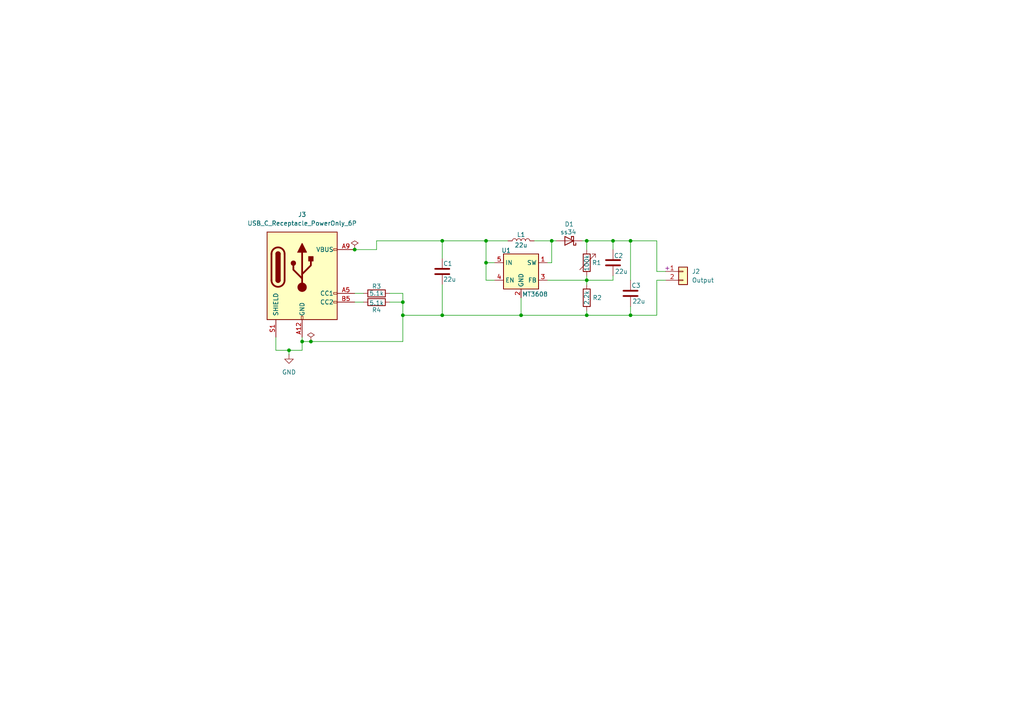
<source format=kicad_sch>
(kicad_sch (version 20231120) (generator "eeschema") (generator_version "8.0")
  (paper "A4")
  (lib_symbols
    (symbol "Connector:USB_C_Receptacle_PowerOnly_6P" (pin_names (offset 1.016))
      (property "Reference" "J" (at 0 16.51 0))
      (property "Value" "USB_C_Receptacle_PowerOnly_6P" (at 0 13.97 0))
      (symbol "USB_C_Receptacle_PowerOnly_6P_0_0"
        (rectangle (start -0.254 -12.7) (end 0.254 -11.684))
        (rectangle (start 10.16 -7.366) (end 9.144 -7.874))
        (rectangle (start 10.16 -4.826) (end 9.144 -5.334))
        (rectangle (start 10.16 7.874) (end 9.144 7.366))
      )
      (symbol "USB_C_Receptacle_PowerOnly_6P_0_1"
        (rectangle (start -10.16 12.7) (end 10.16 -12.7) (stroke (width 0.254)) (fill (type background)))
        (arc (start -8.89 -1.27) (mid -6.985 -3.1667) (end -5.08 -1.27) (stroke (width 0.508)))
        (arc (start -7.62 -1.27) (mid -6.985 -1.9023) (end -6.35 -1.27) (stroke (width 0.254)))
        (arc (start -7.62 -1.27) (mid -6.985 -1.9023) (end -6.35 -1.27) (stroke (width 0.254)) (fill (type outline)))
        (rectangle (start -7.62 -1.27) (end -6.35 6.35) (stroke (width 0.254)) (fill (type outline)))
        (arc (start -6.35 6.35) (mid -6.985 6.9823) (end -7.62 6.35) (stroke (width 0.254)))
        (arc (start -6.35 6.35) (mid -6.985 6.9823) (end -7.62 6.35) (stroke (width 0.254)) (fill (type outline)))
        (arc (start -5.08 6.35) (mid -6.985 8.2467) (end -8.89 6.35) (stroke (width 0.508)))
        (circle (center -2.54 3.683) (radius 0.635) (stroke (width 0.254)) (fill (type outline)))
        (circle (center 0 -3.302) (radius 1.27) (fill (type outline)))
        (polyline (pts (xy -8.89 -1.27) (xy -8.89 6.35)) (stroke (width 0.508)))
        (polyline (pts (xy -5.08 6.35) (xy -5.08 -1.27)) (stroke (width 0.508)))
        (polyline (pts (xy 0 -3.302) (xy 0 6.858)) (stroke (width 0.508)))
        (polyline (pts (xy 0 -0.762) (xy -2.54 1.778) (xy -2.54 3.048)) (stroke (width 0.508)))
        (polyline (pts (xy 0 0.508) (xy 2.54 3.048) (xy 2.54 4.318)) (stroke (width 0.508)))
        (polyline (pts (xy -1.27 6.858) (xy 0 9.398) (xy 1.27 6.858) (xy -1.27 6.858)) (stroke (width 0.254)) (fill (type outline)))
        (rectangle (start 1.905 4.318) (end 3.175 5.588) (stroke (width 0.254)) (fill (type outline)))
      )
      (symbol "USB_C_Receptacle_PowerOnly_6P_1_1"
        (pin passive line (at 0 -17.78 90) (length 5.08) (name "GND") (number "A12"))
        (pin bidirectional line (at 15.24 -5.08 180) (length 5.08) (name "CC1") (number "A5"))
        (pin passive line (at 15.24 7.62 180) (length 5.08) (name "VBUS") (number "A9"))
        (pin passive line (at 0 -17.78 90) (length 5.08) hide (name "GND") (number "B12"))
        (pin bidirectional line (at 15.24 -7.62 180) (length 5.08) (name "CC2") (number "B5"))
        (pin passive line (at 15.24 7.62 180) (length 5.08) hide (name "VBUS") (number "B9"))
        (pin passive line (at -7.62 -17.78 90) (length 5.08) (name "SHIELD") (number "S1"))
      )
    )
    (symbol "Connector_Generic:Conn_01x02" (pin_names (offset 1.016) hide)
      (property "Reference" "J" (at 0 2.54 0))
      (property "Value" "Conn_01x02" (at 0 -5.08 0))
      (symbol "Conn_01x02_1_1"
        (rectangle (start -1.27 -2.413) (end 0 -2.667) (stroke (width 0.1524)))
        (rectangle (start -1.27 0.127) (end 0 -0.127) (stroke (width 0.1524)))
        (rectangle (start -1.27 1.27) (end 1.27 -3.81) (stroke (width 0.254)) (fill (type background)))
        (pin passive line (at -5.08 0 0) (length 3.81) (name "Pin_1") (number "1"))
        (pin passive line (at -5.08 -2.54 0) (length 3.81) (name "Pin_2") (number "2"))
      )
    )
    (symbol "Device:C" (pin_numbers hide) (pin_names (offset 0.254))
      (property "Reference" "C" (at 0.635 2.54 0))
      (property "Value" "C" (at 0.635 -2.54 0))
      (symbol "C_0_1"
        (polyline (pts (xy -2.032 -0.762) (xy 2.032 -0.762)) (stroke (width 0.508)))
        (polyline (pts (xy -2.032 0.762) (xy 2.032 0.762)) (stroke (width 0.508)))
      )
      (symbol "C_1_1"
        (pin passive line (at 0 3.81 270) (length 2.794) (name "~") (number "1"))
        (pin passive line (at 0 -3.81 90) (length 2.794) (name "~") (number "2"))
      )
    )
    (symbol "Device:D_Schottky" (pin_numbers hide) (pin_names (offset 1.016) hide)
      (property "Reference" "D" (at 0 2.54 0))
      (property "Value" "D_Schottky" (at 0 -2.54 0))
      (symbol "D_Schottky_0_1"
        (polyline (pts (xy 1.27 0) (xy -1.27 0)))
        (polyline (pts (xy 1.27 1.27) (xy 1.27 -1.27) (xy -1.27 0) (xy 1.27 1.27)) (stroke (width 0.254)))
        (polyline (pts (xy -1.905 0.635) (xy -1.905 1.27) (xy -1.27 1.27) (xy -1.27 -1.27) (xy -0.635 -1.27) (xy -0.635 -0.635)) (stroke (width 0.254)))
      )
      (symbol "D_Schottky_1_1"
        (pin passive line (at -3.81 0 0) (length 2.54) (name "K") (number "1"))
        (pin passive line (at 3.81 0 180) (length 2.54) (name "A") (number "2"))
      )
    )
    (symbol "Device:L" (pin_numbers hide) (pin_names (offset 1.016) hide)
      (property "Reference" "L" (at -1.27 0 90))
      (property "Value" "L" (at 1.905 0 90))
      (symbol "L_0_1"
        (arc (start 0 -2.54) (mid 0.6323 -1.905) (end 0 -1.27))
        (arc (start 0 -1.27) (mid 0.6323 -0.635) (end 0 0))
        (arc (start 0 0) (mid 0.6323 0.635) (end 0 1.27))
        (arc (start 0 1.27) (mid 0.6323 1.905) (end 0 2.54))
      )
      (symbol "L_1_1"
        (pin passive line (at 0 3.81 270) (length 1.27) (name "1") (number "1"))
        (pin passive line (at 0 -3.81 90) (length 1.27) (name "2") (number "2"))
      )
    )
    (symbol "Device:R" (pin_numbers hide) (pin_names (offset 0))
      (property "Reference" "R" (at 2.032 0 90))
      (property "Value" "R" (at 0 0 90))
      (symbol "R_0_1"
        (rectangle (start -1.016 -2.54) (end 1.016 2.54) (stroke (width 0.254)))
      )
      (symbol "R_1_1"
        (pin passive line (at 0 3.81 270) (length 1.27) (name "~") (number "1"))
        (pin passive line (at 0 -3.81 90) (length 1.27) (name "~") (number "2"))
      )
    )
    (symbol "Device:R_Variable" (pin_numbers hide) (pin_names (offset 0))
      (property "Reference" "R" (at 2.54 -2.54 90))
      (property "Value" "R_Variable" (at -2.54 -1.27 90))
      (symbol "R_Variable_0_1"
        (rectangle (start -1.016 -2.54) (end 1.016 2.54) (stroke (width 0.254)))
        (polyline (pts (xy 2.54 1.524) (xy 2.54 2.54) (xy 1.524 2.54) (xy 2.54 2.54) (xy -2.032 -2.032)))
      )
      (symbol "R_Variable_1_1"
        (pin passive line (at 0 3.81 270) (length 1.27) (name "~") (number "1"))
        (pin passive line (at 0 -3.81 90) (length 1.27) (name "~") (number "2"))
      )
    )
    (symbol "Regulator_Switching:MT3608"
      (property "Reference" "U" (at -2.54 8.89 0))
      (property "Value" "MT3608" (at -3.81 6.35 0))
      (symbol "MT3608_0_1"
        (rectangle (start -5.08 5.08) (end 5.08 -5.08) (stroke (width 0.254)) (fill (type background)))
      )
      (symbol "MT3608_1_1"
        (pin passive line (at 7.62 2.54 180) (length 2.54) (name "SW") (number "1"))
        (pin power_in line (at 0 -7.62 90) (length 2.54) (name "GND") (number "2"))
        (pin input line (at 7.62 -2.54 180) (length 2.54) (name "FB") (number "3"))
        (pin input line (at -7.62 -2.54 0) (length 2.54) (name "EN") (number "4"))
        (pin power_in line (at -7.62 2.54 0) (length 2.54) (name "IN") (number "5"))
        (pin no_connect line (at 5.08 0 180) (length 2.54) hide (name "NC") (number "6"))
      )
    )
    (symbol "power:GND" (power) (pin_numbers hide) (pin_names (offset 0) hide)
      (property "Value" "GND" (at 0 -3.81 0))
      (symbol "GND_0_1"
        (polyline (pts (xy 0 0) (xy 0 -1.27) (xy 1.27 -1.27) (xy 0 -2.54) (xy -1.27 -1.27) (xy 0 -1.27)))
      )
      (symbol "GND_1_1"
        (pin power_in line (at 0 0 270) (length 0) (name "~") (number "1"))
      )
    )
    (symbol "power:PWR_FLAG" (power) (pin_numbers hide) (pin_names (offset 0) hide)
      (property "Value" "PWR_FLAG" (at 0 3.81 0))
      (symbol "PWR_FLAG_0_0"
        (pin power_out line (at 0 0 90) (length 0) (name "~") (number "1"))
      )
      (symbol "PWR_FLAG_0_1"
        (polyline (pts (xy 0 0) (xy 0 1.27) (xy -1.016 1.905) (xy 0 2.54) (xy 1.016 1.905) (xy 0 1.27)))
      )
    )
  )
  (junction (at 182.88 69.85))
  (junction (at 170.18 69.85))
  (junction (at 116.84 87.63))
  (junction (at 177.8 69.85))
  (junction (at 160.02 69.85))
  (junction (at 128.27 69.85))
  (junction (at 128.27 91.44))
  (junction (at 151.13 91.44))
  (junction (at 170.18 81.28))
  (junction (at 182.88 91.44))
  (junction (at 83.82 101.6))
  (junction (at 87.63 99.06))
  (junction (at 140.97 76.2))
  (junction (at 140.97 69.85))
  (junction (at 90.17 99.06))
  (junction (at 116.84 91.44))
  (junction (at 102.87 72.39))
  (junction (at 170.18 91.44))
  (wire (pts (xy 190.5 91.44) (xy 190.5 81.28)))
  (wire (pts (xy 170.18 91.44) (xy 182.88 91.44)))
  (wire (pts (xy 128.27 91.44) (xy 151.13 91.44)))
  (wire (pts (xy 80.01 101.6) (xy 83.82 101.6)))
  (wire (pts (xy 170.18 90.17) (xy 170.18 91.44)))
  (wire (pts (xy 102.87 85.09) (xy 105.41 85.09)))
  (wire (pts (xy 160.02 69.85) (xy 161.29 69.85)))
  (wire (pts (xy 90.17 99.06) (xy 87.63 99.06)))
  (wire (pts (xy 170.18 69.85) (xy 177.8 69.85)))
  (wire (pts (xy 109.22 69.85) (xy 109.22 72.39)))
  (wire (pts (xy 140.97 81.28) (xy 140.97 76.2)))
  (wire (pts (xy 83.82 102.87) (xy 83.82 101.6)))
  (wire (pts (xy 151.13 86.36) (xy 151.13 91.44)))
  (wire (pts (xy 128.27 69.85) (xy 140.97 69.85)))
  (wire (pts (xy 109.22 72.39) (xy 102.87 72.39)))
  (wire (pts (xy 87.63 101.6) (xy 83.82 101.6)))
  (wire (pts (xy 116.84 85.09) (xy 116.84 87.63)))
  (wire (pts (xy 116.84 87.63) (xy 116.84 91.44)))
  (wire (pts (xy 116.84 91.44) (xy 116.84 99.06)))
  (wire (pts (xy 177.8 81.28) (xy 170.18 81.28)))
  (wire (pts (xy 168.91 69.85) (xy 170.18 69.85)))
  (wire (pts (xy 109.22 69.85) (xy 128.27 69.85)))
  (wire (pts (xy 158.75 81.28) (xy 170.18 81.28)))
  (wire (pts (xy 182.88 69.85) (xy 190.5 69.85)))
  (wire (pts (xy 113.03 85.09) (xy 116.84 85.09)))
  (wire (pts (xy 143.51 81.28) (xy 140.97 81.28)))
  (wire (pts (xy 160.02 76.2) (xy 160.02 69.85)))
  (wire (pts (xy 128.27 82.55) (xy 128.27 91.44)))
  (wire (pts (xy 190.5 69.85) (xy 190.5 78.74)))
  (wire (pts (xy 190.5 78.74) (xy 193.04 78.74)))
  (wire (pts (xy 87.63 97.79) (xy 87.63 99.06)))
  (wire (pts (xy 182.88 69.85) (xy 182.88 81.28)))
  (wire (pts (xy 170.18 69.85) (xy 170.18 72.39)))
  (wire (pts (xy 80.01 97.79) (xy 80.01 101.6)))
  (wire (pts (xy 140.97 76.2) (xy 143.51 76.2)))
  (wire (pts (xy 116.84 99.06) (xy 90.17 99.06)))
  (wire (pts (xy 182.88 91.44) (xy 190.5 91.44)))
  (wire (pts (xy 140.97 69.85) (xy 147.32 69.85)))
  (wire (pts (xy 177.8 80.01) (xy 177.8 81.28)))
  (wire (pts (xy 177.8 69.85) (xy 182.88 69.85)))
  (wire (pts (xy 182.88 88.9) (xy 182.88 91.44)))
  (wire (pts (xy 158.75 76.2) (xy 160.02 76.2)))
  (wire (pts (xy 177.8 69.85) (xy 177.8 72.39)))
  (wire (pts (xy 170.18 82.55) (xy 170.18 81.28)))
  (wire (pts (xy 140.97 76.2) (xy 140.97 69.85)))
  (wire (pts (xy 116.84 91.44) (xy 128.27 91.44)))
  (wire (pts (xy 87.63 99.06) (xy 87.63 101.6)))
  (wire (pts (xy 154.94 69.85) (xy 160.02 69.85)))
  (wire (pts (xy 170.18 81.28) (xy 170.18 80.01)))
  (wire (pts (xy 113.03 87.63) (xy 116.84 87.63)))
  (wire (pts (xy 128.27 69.85) (xy 128.27 74.93)))
  (wire (pts (xy 102.87 87.63) (xy 105.41 87.63)))
  (wire (pts (xy 190.5 81.28) (xy 193.04 81.28)))
  (wire (pts (xy 151.13 91.44) (xy 170.18 91.44)))
  (symbol (lib_id "power:PWR_FLAG") (at 90.17 99.06 0) (unit 1)
    (property "Reference" "#FLG02" (effects (hide yes)))
    (property "Value" "PWR_FLAG" (effects (hide yes)))
    (property "Description" "Special symbol for telling ERC where power comes from" (effects (hide yes)))
  )
  (symbol (lib_id "Device:R") (at 109.22 87.63 90) (unit 1)
    (property "Reference" "R4" (at 109.22 89.916 90))
    (property "Value" "5.1k" (at 109.22 87.884 90))
    (property "Footprint" "Resistor_SMD:R_0603_1608Metric_Pad0.98x0.95mm_HandSolder" (effects (hide yes)))
    (property "Description" "Resistor" (effects (hide yes)))
  )
  (symbol (lib_id "Device:R_Variable") (at 170.18 76.2 0) (unit 1)
    (property "Reference" "R1" (at 171.704 76.2 0) (effects (justify left)))
    (property "Value" "100k" (at 170.18 78.74 90) (effects (justify left)))
    (property "Footprint" "Potentiometer_THT:Potentiometer_Bourns_3296W_Vertical" (effects (hide yes)))
    (property "Description" "Variable resistor" (effects (hide yes)))
  )
  (symbol (lib_id "Device:C") (at 182.88 85.09 0) (unit 1)
    (property "Reference" "C3" (at 183.134 82.804 0) (effects (justify left)))
    (property "Value" "22u" (at 183.388 87.376 0) (effects (justify left)))
    (property "Footprint" "Capacitor_SMD:C_0603_1608Metric_Pad1.08x0.95mm_HandSolder" (effects (hide yes)))
    (property "Description" "Unpolarized capacitor" (effects (hide yes)))
  )
  (symbol (lib_id "Connector:USB_C_Receptacle_PowerOnly_6P") (at 87.63 80.01 0) (unit 1)
    (property "Reference" "J3" (at 87.63 62.23 0))
    (property "Value" "USB_C_Receptacle_PowerOnly_6P" (at 87.63 64.77 0))
    (property "Footprint" "Connector_USB:USB_C_Receptacle_HRO_TYPE-C-31-M-17" (effects (hide yes)))
    (property "Datasheet" "https://www.usb.org/sites/default/files/documents/usb_type-c.zip" (effects (hide yes)))
    (property "Description" "USB Power-Only 6P Type-C Receptacle connector" (effects (hide yes)))
  )
  (symbol (lib_id "Device:L") (at 151.13 69.85 90) (unit 1)
    (property "Reference" "L1" (at 151.13 68.072 90))
    (property "Value" "22u" (at 151.13 71.12 90))
    (property "Footprint" "Inductor_SMD:L_0603_1608Metric_Pad1.05x0.95mm_HandSolder" (effects (hide yes)))
    (property "Description" "Inductor" (effects (hide yes)))
  )
  (symbol (lib_id "Device:R") (at 109.22 85.09 90) (unit 1)
    (property "Reference" "R3" (at 109.22 83.058 90))
    (property "Value" "5.1k" (at 109.22 85.09 90))
    (property "Footprint" "Resistor_SMD:R_0603_1608Metric_Pad0.98x0.95mm_HandSolder" (effects (hide yes)))
    (property "Description" "Resistor" (effects (hide yes)))
  )
  (symbol (lib_id "Regulator_Switching:MT3608") (at 151.13 78.74 0) (unit 1)
    (property "Reference" "U1" (at 146.812 72.644 0))
    (property "Value" "MT3608" (at 155.194 85.344 0))
    (property "Footprint" "Package_TO_SOT_SMD:SOT-23-6_Handsoldering" (effects (hide yes)))
    (property "Datasheet" "https://www.olimex.com/Products/Breadboarding/BB-PWR-3608/resources/MT3608.pdf" (effects (hide yes)))
    (property "Description" "High Efficiency 1.2MHz 2A Step Up Converter, 2-24V Vin, 28V Vout, 4A current limit, 1.2MHz, SOT23-6" (effects (hide yes)))
  )
  (symbol (lib_id "power:PWR_FLAG") (at 102.87 72.39 0) (unit 1)
    (property "Reference" "#FLG01" (effects (hide yes)))
    (property "Value" "PWR_FLAG" (effects (hide yes)))
    (property "Description" "Special symbol for telling ERC where power comes from" (effects (hide yes)))
  )
  (symbol (lib_id "Device:R") (at 170.18 86.36 0) (mirror x) (unit 1)
    (property "Reference" "R2" (at 173.228 86.36 0))
    (property "Value" "2.2k" (at 170.18 86.36 90))
    (property "Footprint" "Resistor_SMD:R_0603_1608Metric_Pad0.98x0.95mm_HandSolder" (effects (hide yes)))
    (property "Description" "Resistor" (effects (hide yes)))
  )
  (symbol (lib_id "Device:C") (at 177.8 76.2 0) (unit 1)
    (property "Reference" "C2" (at 178.054 74.168 0) (effects (justify left)))
    (property "Value" "22u" (at 178.308 78.74 0) (effects (justify left)))
    (property "Footprint" "Capacitor_SMD:C_0603_1608Metric_Pad1.08x0.95mm_HandSolder" (effects (hide yes)))
    (property "Description" "Unpolarized capacitor" (effects (hide yes)))
  )
  (symbol (lib_id "Device:D_Schottky") (at 165.1 69.85 180) (unit 1)
    (property "Reference" "D1" (at 165.1 65.024 0))
    (property "Value" "ss34" (at 164.846 67.31 0))
    (property "Footprint" "Diode_SMD:D_SMA_Handsoldering" (effects (hide yes)))
    (property "Description" "Schottky diode" (effects (hide yes)))
  )
  (symbol (lib_id "Device:C") (at 128.27 78.74 0) (unit 1)
    (property "Reference" "C1" (at 128.524 76.454 0) (effects (justify left)))
    (property "Value" "22u" (at 128.524 81.026 0) (effects (justify left)))
    (property "Footprint" "Capacitor_SMD:C_0603_1608Metric_Pad1.08x0.95mm_HandSolder" (effects (hide yes)))
    (property "Description" "Unpolarized capacitor" (effects (hide yes)))
  )
  (symbol (lib_id "Connector_Generic:Conn_01x02") (at 198.12 78.74 0) (unit 1)
    (property "Reference" "J2" (at 200.66 78.7399 0) (effects (justify left)))
    (property "Value" "Output" (at 200.66 81.2799 0) (effects (justify left)))
    (property "Footprint" "Connector_PinHeader_2.00mm:PinHeader_1x02_P2.00mm_Vertical" (effects (hide yes)))
    (property "Description" "Generic connector, single row, 01x02, script generated (kicad-library-utils/schlib/autogen/connector/)" (effects (hide yes)))
    (property "+" "+" (at 193.548 77.724 0))
  )
  (symbol (lib_id "power:GND") (at 83.82 102.87 0) (unit 1)
    (property "Reference" "#PWR01" (effects (hide yes)))
    (property "Value" "GND" (at 83.82 107.95 0))
    (property "Description" "Power symbol creates a global label with name \"GND\" , ground" (effects (hide yes)))
  )
)
</source>
